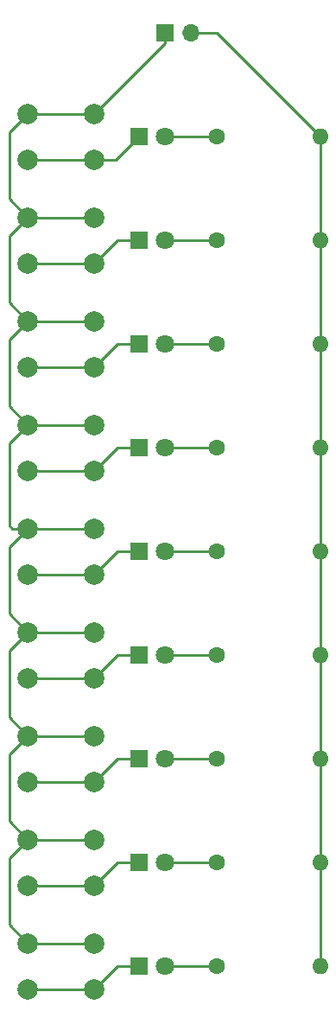
<source format=gbr>
%TF.GenerationSoftware,KiCad,Pcbnew,7.0.5-0*%
%TF.CreationDate,2023-07-07T14:44:46-07:00*%
%TF.ProjectId,loots of leds 2.0,6c6f6f74-7320-46f6-9620-6c6564732032,rev?*%
%TF.SameCoordinates,Original*%
%TF.FileFunction,Copper,L1,Top*%
%TF.FilePolarity,Positive*%
%FSLAX46Y46*%
G04 Gerber Fmt 4.6, Leading zero omitted, Abs format (unit mm)*
G04 Created by KiCad (PCBNEW 7.0.5-0) date 2023-07-07 14:44:46*
%MOMM*%
%LPD*%
G01*
G04 APERTURE LIST*
%TA.AperFunction,ComponentPad*%
%ADD10C,2.000000*%
%TD*%
%TA.AperFunction,ComponentPad*%
%ADD11C,1.600000*%
%TD*%
%TA.AperFunction,ComponentPad*%
%ADD12O,1.600000X1.600000*%
%TD*%
%TA.AperFunction,ComponentPad*%
%ADD13R,1.800000X1.800000*%
%TD*%
%TA.AperFunction,ComponentPad*%
%ADD14C,1.800000*%
%TD*%
%TA.AperFunction,ComponentPad*%
%ADD15R,1.700000X1.700000*%
%TD*%
%TA.AperFunction,ComponentPad*%
%ADD16O,1.700000X1.700000*%
%TD*%
%TA.AperFunction,Conductor*%
%ADD17C,0.250000*%
%TD*%
G04 APERTURE END LIST*
D10*
%TO.P,SW4,1,1*%
%TO.N,Net-(J1-Pin_1)*%
X161850000Y-35850000D03*
X168350000Y-35850000D03*
%TO.P,SW4,2,2*%
%TO.N,Net-(D6-K)*%
X161850000Y-40350000D03*
X168350000Y-40350000D03*
%TD*%
%TO.P,SW5,1,1*%
%TO.N,Net-(J1-Pin_1)*%
X161850000Y-46010000D03*
X168350000Y-46010000D03*
%TO.P,SW5,2,2*%
%TO.N,Net-(D5-K)*%
X161850000Y-50510000D03*
X168350000Y-50510000D03*
%TD*%
D11*
%TO.P,R7,1*%
%TO.N,Net-(D7-A)*%
X180340000Y-88900000D03*
D12*
%TO.P,R7,2*%
%TO.N,Net-(J1-Pin_2)*%
X190500000Y-88900000D03*
%TD*%
D13*
%TO.P,D5,1,K*%
%TO.N,Net-(D5-K)*%
X172720000Y-48260000D03*
D14*
%TO.P,D5,2,A*%
%TO.N,Net-(D5-A)*%
X175260000Y-48260000D03*
%TD*%
D11*
%TO.P,R2,1*%
%TO.N,Net-(D2-A)*%
X180340000Y-99060000D03*
D12*
%TO.P,R2,2*%
%TO.N,Net-(J1-Pin_2)*%
X190500000Y-99060000D03*
%TD*%
D11*
%TO.P,R3,1*%
%TO.N,Net-(D3-A)*%
X180340000Y-119380000D03*
D12*
%TO.P,R3,2*%
%TO.N,Net-(J1-Pin_2)*%
X190500000Y-119380000D03*
%TD*%
D13*
%TO.P,D1,1,K*%
%TO.N,Net-(D1-K)*%
X172720000Y-68580000D03*
D14*
%TO.P,D1,2,A*%
%TO.N,Net-(D1-A)*%
X175260000Y-68580000D03*
%TD*%
D13*
%TO.P,D9,1,K*%
%TO.N,Net-(D9-K)*%
X172720000Y-109220000D03*
D14*
%TO.P,D9,2,A*%
%TO.N,Net-(D9-A)*%
X175260000Y-109220000D03*
%TD*%
D15*
%TO.P,J1,1,Pin_1*%
%TO.N,Net-(J1-Pin_1)*%
X175260000Y-27940000D03*
D16*
%TO.P,J1,2,Pin_2*%
%TO.N,Net-(J1-Pin_2)*%
X177800000Y-27940000D03*
%TD*%
D11*
%TO.P,R8,1*%
%TO.N,Net-(D8-A)*%
X180340000Y-78740000D03*
D12*
%TO.P,R8,2*%
%TO.N,Net-(J1-Pin_2)*%
X190500000Y-78740000D03*
%TD*%
D10*
%TO.P,SW9,1,1*%
%TO.N,Net-(J1-Pin_1)*%
X161850000Y-66330000D03*
X168350000Y-66330000D03*
%TO.P,SW9,2,2*%
%TO.N,Net-(D1-K)*%
X161850000Y-70830000D03*
X168350000Y-70830000D03*
%TD*%
D13*
%TO.P,D7,1,K*%
%TO.N,Net-(D7-K)*%
X172720000Y-88900000D03*
D14*
%TO.P,D7,2,A*%
%TO.N,Net-(D7-A)*%
X175260000Y-88900000D03*
%TD*%
D13*
%TO.P,D6,1,K*%
%TO.N,Net-(D6-K)*%
X172720000Y-38100000D03*
D14*
%TO.P,D6,2,A*%
%TO.N,Net-(D6-A)*%
X175260000Y-38100000D03*
%TD*%
D13*
%TO.P,D8,1,K*%
%TO.N,Net-(D8-K)*%
X172720000Y-78740000D03*
D14*
%TO.P,D8,2,A*%
%TO.N,Net-(D8-A)*%
X175260000Y-78740000D03*
%TD*%
D13*
%TO.P,D3,1,K*%
%TO.N,Net-(D3-K)*%
X172720000Y-119380000D03*
D14*
%TO.P,D3,2,A*%
%TO.N,Net-(D3-A)*%
X175260000Y-119380000D03*
%TD*%
D11*
%TO.P,R9,1*%
%TO.N,Net-(D9-A)*%
X180340000Y-109220000D03*
D12*
%TO.P,R9,2*%
%TO.N,Net-(J1-Pin_2)*%
X190500000Y-109220000D03*
%TD*%
D10*
%TO.P,SW3,1,1*%
%TO.N,Net-(J1-Pin_1)*%
X161850000Y-86650000D03*
X168350000Y-86650000D03*
%TO.P,SW3,2,2*%
%TO.N,Net-(D7-K)*%
X161850000Y-91150000D03*
X168350000Y-91150000D03*
%TD*%
%TO.P,SW6,1,1*%
%TO.N,Net-(J1-Pin_1)*%
X161850000Y-56170000D03*
X168350000Y-56170000D03*
%TO.P,SW6,2,2*%
%TO.N,Net-(D4-K)*%
X161850000Y-60670000D03*
X168350000Y-60670000D03*
%TD*%
D11*
%TO.P,R6,1*%
%TO.N,Net-(D6-A)*%
X180340000Y-38100000D03*
D12*
%TO.P,R6,2*%
%TO.N,Net-(J1-Pin_2)*%
X190500000Y-38100000D03*
%TD*%
D10*
%TO.P,SW7,1,1*%
%TO.N,Net-(J1-Pin_1)*%
X161850000Y-117130000D03*
X168350000Y-117130000D03*
%TO.P,SW7,2,2*%
%TO.N,Net-(D3-K)*%
X161850000Y-121630000D03*
X168350000Y-121630000D03*
%TD*%
D13*
%TO.P,D4,1,K*%
%TO.N,Net-(D4-K)*%
X172720000Y-58420000D03*
D14*
%TO.P,D4,2,A*%
%TO.N,Net-(D4-A)*%
X175260000Y-58420000D03*
%TD*%
D10*
%TO.P,SW8,1,1*%
%TO.N,Net-(J1-Pin_1)*%
X161850000Y-96810000D03*
X168350000Y-96810000D03*
%TO.P,SW8,2,2*%
%TO.N,Net-(D2-K)*%
X161850000Y-101310000D03*
X168350000Y-101310000D03*
%TD*%
D11*
%TO.P,R5,1*%
%TO.N,Net-(D5-A)*%
X180340000Y-48260000D03*
D12*
%TO.P,R5,2*%
%TO.N,Net-(J1-Pin_2)*%
X190500000Y-48260000D03*
%TD*%
D13*
%TO.P,D2,1,K*%
%TO.N,Net-(D2-K)*%
X172720000Y-99060000D03*
D14*
%TO.P,D2,2,A*%
%TO.N,Net-(D2-A)*%
X175260000Y-99060000D03*
%TD*%
D11*
%TO.P,R4,1*%
%TO.N,Net-(D4-A)*%
X180340000Y-58420000D03*
D12*
%TO.P,R4,2*%
%TO.N,Net-(J1-Pin_2)*%
X190500000Y-58420000D03*
%TD*%
D10*
%TO.P,SW1,1,1*%
%TO.N,Net-(J1-Pin_1)*%
X161850000Y-106970000D03*
X168350000Y-106970000D03*
%TO.P,SW1,2,2*%
%TO.N,Net-(D9-K)*%
X161850000Y-111470000D03*
X168350000Y-111470000D03*
%TD*%
%TO.P,SW2,1,1*%
%TO.N,Net-(J1-Pin_1)*%
X161850000Y-76490000D03*
X168350000Y-76490000D03*
%TO.P,SW2,2,2*%
%TO.N,Net-(D8-K)*%
X161850000Y-80990000D03*
X168350000Y-80990000D03*
%TD*%
D11*
%TO.P,R1,1*%
%TO.N,Net-(D1-A)*%
X180340000Y-68580000D03*
D12*
%TO.P,R1,2*%
%TO.N,Net-(J1-Pin_2)*%
X190500000Y-68580000D03*
%TD*%
D17*
%TO.N,Net-(D1-K)*%
X168350000Y-70830000D02*
X161850000Y-70830000D01*
X172720000Y-68580000D02*
X170600000Y-68580000D01*
X170600000Y-68580000D02*
X168350000Y-70830000D01*
%TO.N,Net-(D1-A)*%
X180340000Y-68580000D02*
X175260000Y-68580000D01*
%TO.N,Net-(D2-K)*%
X172720000Y-99060000D02*
X170600000Y-99060000D01*
X168350000Y-101310000D02*
X161850000Y-101310000D01*
X170600000Y-99060000D02*
X168350000Y-101310000D01*
%TO.N,Net-(D2-A)*%
X175260000Y-99060000D02*
X180340000Y-99060000D01*
%TO.N,Net-(D3-K)*%
X168350000Y-121630000D02*
X161850000Y-121630000D01*
X170600000Y-119380000D02*
X168350000Y-121630000D01*
X172720000Y-119380000D02*
X170600000Y-119380000D01*
%TO.N,Net-(D3-A)*%
X175260000Y-119380000D02*
X180340000Y-119380000D01*
%TO.N,Net-(D4-K)*%
X172720000Y-58420000D02*
X170600000Y-58420000D01*
X170600000Y-58420000D02*
X168350000Y-60670000D01*
X168350000Y-60670000D02*
X161850000Y-60670000D01*
%TO.N,Net-(D4-A)*%
X175260000Y-58420000D02*
X180340000Y-58420000D01*
%TO.N,Net-(D5-K)*%
X168350000Y-50510000D02*
X161850000Y-50510000D01*
X170600000Y-48260000D02*
X168350000Y-50510000D01*
X172720000Y-48260000D02*
X170600000Y-48260000D01*
%TO.N,Net-(D5-A)*%
X180340000Y-48260000D02*
X175260000Y-48260000D01*
%TO.N,Net-(D6-K)*%
X170470000Y-40350000D02*
X172720000Y-38100000D01*
X168350000Y-40350000D02*
X170470000Y-40350000D01*
X168350000Y-40350000D02*
X161850000Y-40350000D01*
%TO.N,Net-(D6-A)*%
X175260000Y-38100000D02*
X180340000Y-38100000D01*
%TO.N,Net-(D7-K)*%
X170600000Y-88900000D02*
X168350000Y-91150000D01*
X168350000Y-91150000D02*
X161850000Y-91150000D01*
X172720000Y-88900000D02*
X170600000Y-88900000D01*
%TO.N,Net-(D7-A)*%
X180340000Y-88900000D02*
X175260000Y-88900000D01*
%TO.N,Net-(D8-K)*%
X172720000Y-78740000D02*
X170600000Y-78740000D01*
X170600000Y-78740000D02*
X168350000Y-80990000D01*
X168350000Y-80990000D02*
X161850000Y-80990000D01*
%TO.N,Net-(D8-A)*%
X175260000Y-78740000D02*
X180340000Y-78740000D01*
%TO.N,Net-(D9-K)*%
X172720000Y-109220000D02*
X170600000Y-109220000D01*
X170600000Y-109220000D02*
X168350000Y-111470000D01*
X168350000Y-111470000D02*
X161850000Y-111470000D01*
%TO.N,Net-(D9-A)*%
X180340000Y-109220000D02*
X175260000Y-109220000D01*
%TO.N,Net-(J1-Pin_1)*%
X161850000Y-66330000D02*
X168350000Y-66330000D01*
X160020000Y-108800000D02*
X160020000Y-115300000D01*
X160020000Y-84820000D02*
X161850000Y-86650000D01*
X161850000Y-35850000D02*
X160020000Y-37680000D01*
X168350000Y-46010000D02*
X161850000Y-46010000D01*
X160020000Y-115300000D02*
X161850000Y-117130000D01*
X160020000Y-58000000D02*
X160020000Y-64500000D01*
X161850000Y-86650000D02*
X160020000Y-88480000D01*
X175260000Y-27940000D02*
X175260000Y-28940000D01*
X160020000Y-68160000D02*
X160020000Y-76200000D01*
X168350000Y-96810000D02*
X161850000Y-96810000D01*
X160020000Y-78320000D02*
X160020000Y-84820000D01*
X168350000Y-106970000D02*
X161850000Y-106970000D01*
X160020000Y-105140000D02*
X161850000Y-106970000D01*
X168350000Y-117130000D02*
X161850000Y-117130000D01*
X160020000Y-44180000D02*
X161850000Y-46010000D01*
X160020000Y-98640000D02*
X160020000Y-105140000D01*
X160020000Y-64500000D02*
X161850000Y-66330000D01*
X161850000Y-86650000D02*
X168350000Y-86650000D01*
X161850000Y-66330000D02*
X160020000Y-68160000D01*
X160020000Y-76200000D02*
X160310000Y-76490000D01*
X160020000Y-88480000D02*
X160020000Y-94980000D01*
X160020000Y-54340000D02*
X161850000Y-56170000D01*
X161850000Y-96810000D02*
X160020000Y-98640000D01*
X161850000Y-46010000D02*
X160020000Y-47840000D01*
X161850000Y-76490000D02*
X168350000Y-76490000D01*
X160020000Y-94980000D02*
X161850000Y-96810000D01*
X161850000Y-106970000D02*
X160020000Y-108800000D01*
X160020000Y-47840000D02*
X160020000Y-54340000D01*
X160020000Y-37680000D02*
X160020000Y-44180000D01*
X175260000Y-28940000D02*
X168350000Y-35850000D01*
X161850000Y-56170000D02*
X160020000Y-58000000D01*
X161850000Y-56170000D02*
X168350000Y-56170000D01*
X168350000Y-35850000D02*
X161850000Y-35850000D01*
X160310000Y-76490000D02*
X161850000Y-76490000D01*
X161850000Y-76490000D02*
X160020000Y-78320000D01*
%TO.N,Net-(J1-Pin_2)*%
X180340000Y-27940000D02*
X190500000Y-38100000D01*
X190500000Y-48260000D02*
X190500000Y-119380000D01*
X190500000Y-38100000D02*
X190500000Y-48260000D01*
X177800000Y-27940000D02*
X180340000Y-27940000D01*
%TD*%
M02*

</source>
